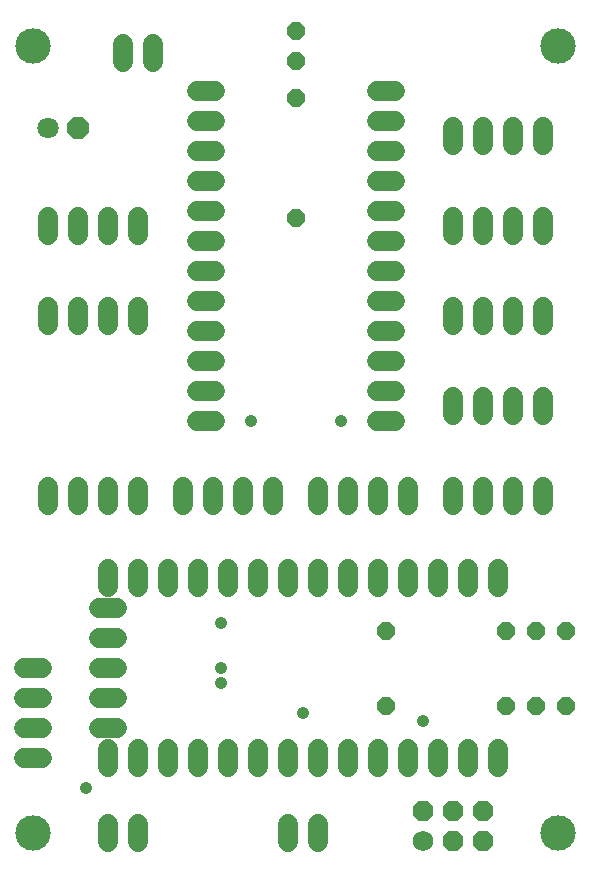
<source format=gbr>
G04 EAGLE Gerber RS-274X export*
G75*
%MOMM*%
%FSLAX34Y34*%
%LPD*%
%INSoldermask Top*%
%IPPOS*%
%AMOC8*
5,1,8,0,0,1.08239X$1,22.5*%
G01*
%ADD10C,1.727200*%
%ADD11C,1.711200*%
%ADD12C,3.003200*%
%ADD13P,1.649562X8X202.500000*%
%ADD14P,1.649562X8X22.500000*%
%ADD15P,1.649562X8X112.500000*%
%ADD16P,1.951982X8X22.500000*%
%ADD17C,1.803400*%
%ADD18C,1.727200*%
%ADD19P,1.869504X8X22.500000*%
%ADD20P,1.649562X8X292.500000*%
%ADD21C,1.059600*%


D10*
X431800Y261620D02*
X431800Y246380D01*
X406400Y246380D02*
X406400Y261620D01*
X381000Y261620D02*
X381000Y246380D01*
X355600Y246380D02*
X355600Y261620D01*
X330200Y261620D02*
X330200Y246380D01*
X304800Y246380D02*
X304800Y261620D01*
X279400Y261620D02*
X279400Y246380D01*
X254000Y246380D02*
X254000Y261620D01*
X228600Y261620D02*
X228600Y246380D01*
X203200Y246380D02*
X203200Y261620D01*
X177800Y261620D02*
X177800Y246380D01*
X152400Y246380D02*
X152400Y261620D01*
X127000Y261620D02*
X127000Y246380D01*
X101600Y246380D02*
X101600Y261620D01*
X431800Y109220D02*
X431800Y93980D01*
X406400Y93980D02*
X406400Y109220D01*
X381000Y109220D02*
X381000Y93980D01*
X355600Y93980D02*
X355600Y109220D01*
X330200Y109220D02*
X330200Y93980D01*
X304800Y93980D02*
X304800Y109220D01*
X279400Y109220D02*
X279400Y93980D01*
X254000Y93980D02*
X254000Y109220D01*
X228600Y109220D02*
X228600Y93980D01*
X203200Y93980D02*
X203200Y109220D01*
X177800Y109220D02*
X177800Y93980D01*
X152400Y93980D02*
X152400Y109220D01*
X127000Y109220D02*
X127000Y93980D01*
X101600Y93980D02*
X101600Y109220D01*
X93980Y228600D02*
X109220Y228600D01*
X109220Y203200D02*
X93980Y203200D01*
X93980Y177800D02*
X109220Y177800D01*
X109220Y152400D02*
X93980Y152400D01*
X93980Y127000D02*
X109220Y127000D01*
X328930Y666750D02*
X344170Y666750D01*
X344170Y641350D02*
X328930Y641350D01*
X328930Y615950D02*
X344170Y615950D01*
X344170Y590550D02*
X328930Y590550D01*
X328930Y565150D02*
X344170Y565150D01*
X344170Y539750D02*
X328930Y539750D01*
X328930Y514350D02*
X344170Y514350D01*
X344170Y488950D02*
X328930Y488950D01*
X328930Y463550D02*
X344170Y463550D01*
X344170Y438150D02*
X328930Y438150D01*
X328930Y412750D02*
X344170Y412750D01*
X344170Y387350D02*
X328930Y387350D01*
X191770Y666750D02*
X176530Y666750D01*
X176530Y641350D02*
X191770Y641350D01*
X191770Y615950D02*
X176530Y615950D01*
X176530Y590550D02*
X191770Y590550D01*
X191770Y565150D02*
X176530Y565150D01*
X176530Y539750D02*
X191770Y539750D01*
X191770Y514350D02*
X176530Y514350D01*
X176530Y488950D02*
X191770Y488950D01*
X191770Y463550D02*
X176530Y463550D01*
X176530Y438150D02*
X191770Y438150D01*
X191770Y412750D02*
X176530Y412750D01*
X176530Y387350D02*
X191770Y387350D01*
D11*
X127000Y331390D02*
X127000Y316310D01*
X101600Y316310D02*
X101600Y331390D01*
X76200Y331390D02*
X76200Y316310D01*
X50800Y316310D02*
X50800Y331390D01*
X241300Y331390D02*
X241300Y316310D01*
X215900Y316310D02*
X215900Y331390D01*
X190500Y331390D02*
X190500Y316310D01*
X165100Y316310D02*
X165100Y331390D01*
X355600Y331390D02*
X355600Y316310D01*
X330200Y316310D02*
X330200Y331390D01*
X304800Y331390D02*
X304800Y316310D01*
X279400Y316310D02*
X279400Y331390D01*
X469900Y331390D02*
X469900Y316310D01*
X444500Y316310D02*
X444500Y331390D01*
X419100Y331390D02*
X419100Y316310D01*
X393700Y316310D02*
X393700Y331390D01*
X469900Y392510D02*
X469900Y407590D01*
X444500Y407590D02*
X444500Y392510D01*
X419100Y392510D02*
X419100Y407590D01*
X393700Y407590D02*
X393700Y392510D01*
X469900Y468710D02*
X469900Y483790D01*
X444500Y483790D02*
X444500Y468710D01*
X419100Y468710D02*
X419100Y483790D01*
X393700Y483790D02*
X393700Y468710D01*
X469900Y544910D02*
X469900Y559990D01*
X444500Y559990D02*
X444500Y544910D01*
X419100Y544910D02*
X419100Y559990D01*
X393700Y559990D02*
X393700Y544910D01*
X469900Y621110D02*
X469900Y636190D01*
X444500Y636190D02*
X444500Y621110D01*
X419100Y621110D02*
X419100Y636190D01*
X393700Y636190D02*
X393700Y621110D01*
X127000Y483790D02*
X127000Y468710D01*
X101600Y468710D02*
X101600Y483790D01*
X76200Y483790D02*
X76200Y468710D01*
X50800Y468710D02*
X50800Y483790D01*
X127000Y544910D02*
X127000Y559990D01*
X101600Y559990D02*
X101600Y544910D01*
X76200Y544910D02*
X76200Y559990D01*
X50800Y559990D02*
X50800Y544910D01*
X45640Y177800D02*
X30560Y177800D01*
X30560Y152400D02*
X45640Y152400D01*
X45640Y127000D02*
X30560Y127000D01*
X30560Y101600D02*
X45640Y101600D01*
X139700Y690960D02*
X139700Y706040D01*
X114300Y706040D02*
X114300Y690960D01*
D12*
X482600Y38100D03*
X38100Y704850D03*
X482600Y704850D03*
X38100Y38100D03*
D13*
X488950Y146050D03*
X463550Y146050D03*
X488950Y209550D03*
X463550Y209550D03*
D11*
X101600Y45640D02*
X101600Y30560D01*
X127000Y30560D02*
X127000Y45640D01*
X254000Y45640D02*
X254000Y30560D01*
X279400Y30560D02*
X279400Y45640D01*
D14*
X336550Y146050D03*
X438150Y146050D03*
D15*
X260350Y558800D03*
X260350Y660400D03*
D14*
X336550Y209550D03*
X438150Y209550D03*
D16*
X76200Y635000D03*
D17*
X50800Y635000D03*
D18*
X368300Y31750D03*
D19*
X393700Y31750D03*
X419100Y31750D03*
X368300Y57150D03*
X393700Y57150D03*
X419100Y57150D03*
D20*
X260350Y717550D03*
X260350Y692150D03*
D21*
X82550Y76200D03*
X266700Y139700D03*
X368300Y133350D03*
X196850Y215900D03*
X222250Y387350D03*
X298450Y387350D03*
X196850Y177800D03*
X196850Y165100D03*
M02*

</source>
